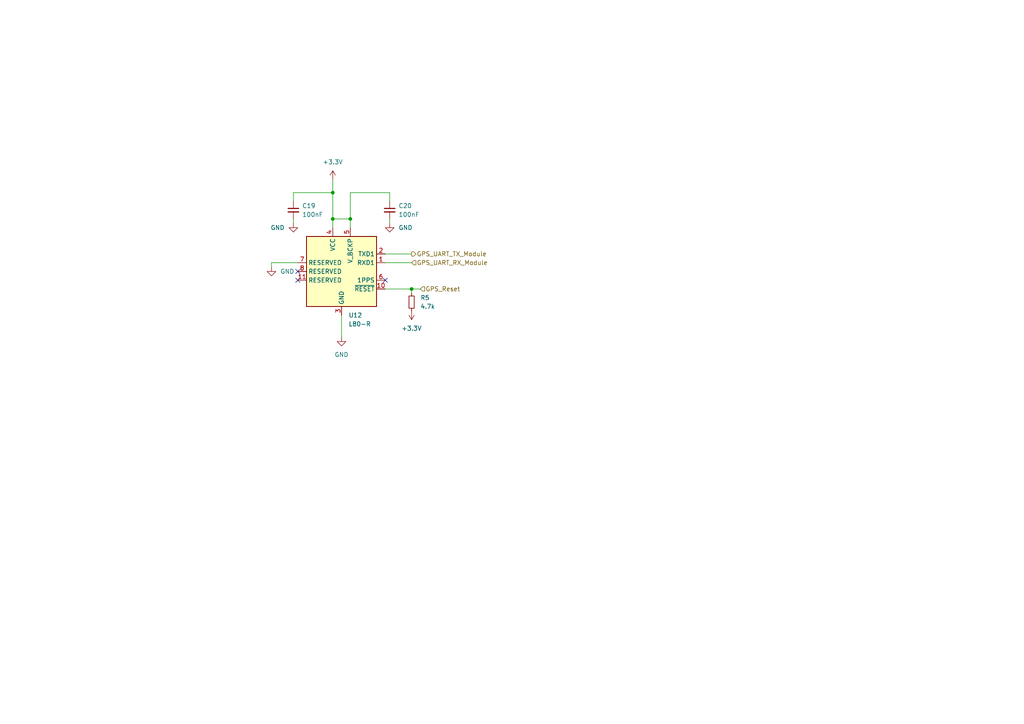
<source format=kicad_sch>
(kicad_sch (version 20211123) (generator eeschema)

  (uuid adc56b90-23c5-4132-880e-15d702c52477)

  (paper "A4")

  (lib_symbols
    (symbol "Components:C_0603" (pin_numbers hide) (pin_names (offset 0.254) hide) (in_bom yes) (on_board yes)
      (property "Reference" "C" (id 0) (at 0.254 1.778 0)
        (effects (font (size 1.27 1.27)) (justify left))
      )
      (property "Value" "C_0603" (id 1) (at 0.254 -2.032 0)
        (effects (font (size 1.27 1.27)) (justify left))
      )
      (property "Footprint" "Components:C_0603_1608Metric" (id 2) (at 0 0 0)
        (effects (font (size 1.27 1.27)) hide)
      )
      (property "Datasheet" "~" (id 3) (at 0 0 0)
        (effects (font (size 1.27 1.27)) hide)
      )
      (property "ki_keywords" "capacitor cap" (id 4) (at 0 0 0)
        (effects (font (size 1.27 1.27)) hide)
      )
      (property "ki_description" "Unpolarized capacitor, small symbol" (id 5) (at 0 0 0)
        (effects (font (size 1.27 1.27)) hide)
      )
      (property "ki_fp_filters" "C_*" (id 6) (at 0 0 0)
        (effects (font (size 1.27 1.27)) hide)
      )
      (symbol "C_0603_0_1"
        (polyline
          (pts
            (xy -1.524 -0.508)
            (xy 1.524 -0.508)
          )
          (stroke (width 0.3302) (type default) (color 0 0 0 0))
          (fill (type none))
        )
        (polyline
          (pts
            (xy -1.524 0.508)
            (xy 1.524 0.508)
          )
          (stroke (width 0.3048) (type default) (color 0 0 0 0))
          (fill (type none))
        )
      )
      (symbol "C_0603_1_1"
        (pin passive line (at 0 2.54 270) (length 2.032)
          (name "~" (effects (font (size 1.27 1.27))))
          (number "1" (effects (font (size 1.27 1.27))))
        )
        (pin passive line (at 0 -2.54 90) (length 2.032)
          (name "~" (effects (font (size 1.27 1.27))))
          (number "2" (effects (font (size 1.27 1.27))))
        )
      )
    )
    (symbol "Components:L80-R" (in_bom yes) (on_board yes)
      (property "Reference" "U" (id 0) (at -10.16 11.43 0)
        (effects (font (size 1.27 1.27)) (justify left))
      )
      (property "Value" "L80-R" (id 1) (at 10.16 11.43 0)
        (effects (font (size 1.27 1.27)) (justify right))
      )
      (property "Footprint" "Components:Quectel_L80-R" (id 2) (at 0 -22.86 0)
        (effects (font (size 1.27 1.27)) hide)
      )
      (property "Datasheet" "https://www.quectel.com/UploadImage/Downlad/Quectel_L80-R_Hardware_Design_V1.2.pdf" (id 3) (at 0 0 0)
        (effects (font (size 1.27 1.27)) hide)
      )
      (property "ki_keywords" "quectel GPS GNSS module" (id 4) (at 0 0 0)
        (effects (font (size 1.27 1.27)) hide)
      )
      (property "ki_description" "Quectel GPS Module" (id 5) (at 0 0 0)
        (effects (font (size 1.27 1.27)) hide)
      )
      (property "ki_fp_filters" "Quectel*L80*R*" (id 6) (at 0 0 0)
        (effects (font (size 1.27 1.27)) hide)
      )
      (symbol "L80-R_0_1"
        (rectangle (start -10.16 10.16) (end 10.16 -10.16)
          (stroke (width 0.254) (type default) (color 0 0 0 0))
          (fill (type background))
        )
      )
      (symbol "L80-R_1_1"
        (pin input line (at 12.7 2.54 180) (length 2.54)
          (name "RXD1" (effects (font (size 1.27 1.27))))
          (number "1" (effects (font (size 1.27 1.27))))
        )
        (pin input line (at 12.7 -5.08 180) (length 2.54)
          (name "~{RESET}" (effects (font (size 1.27 1.27))))
          (number "10" (effects (font (size 1.27 1.27))))
        )
        (pin passive line (at -12.7 -2.54 0) (length 2.54)
          (name "RESERVED" (effects (font (size 1.27 1.27))))
          (number "11" (effects (font (size 1.27 1.27))))
        )
        (pin passive line (at 0 -12.7 90) (length 2.54) hide
          (name "GND" (effects (font (size 1.27 1.27))))
          (number "12" (effects (font (size 1.27 1.27))))
        )
        (pin output line (at 12.7 5.08 180) (length 2.54)
          (name "TXD1" (effects (font (size 1.27 1.27))))
          (number "2" (effects (font (size 1.27 1.27))))
        )
        (pin power_in line (at 0 -12.7 90) (length 2.54)
          (name "GND" (effects (font (size 1.27 1.27))))
          (number "3" (effects (font (size 1.27 1.27))))
        )
        (pin power_in line (at -2.54 12.7 270) (length 2.54)
          (name "VCC" (effects (font (size 1.27 1.27))))
          (number "4" (effects (font (size 1.27 1.27))))
        )
        (pin power_in line (at 2.54 12.7 270) (length 2.54)
          (name "V_BCKP" (effects (font (size 1.27 1.27))))
          (number "5" (effects (font (size 1.27 1.27))))
        )
        (pin output line (at 12.7 -2.54 180) (length 2.54)
          (name "1PPS" (effects (font (size 1.27 1.27))))
          (number "6" (effects (font (size 1.27 1.27))))
        )
        (pin passive line (at -12.7 2.54 0) (length 2.54)
          (name "RESERVED" (effects (font (size 1.27 1.27))))
          (number "7" (effects (font (size 1.27 1.27))))
        )
        (pin passive line (at -12.7 0 0) (length 2.54)
          (name "RESERVED" (effects (font (size 1.27 1.27))))
          (number "8" (effects (font (size 1.27 1.27))))
        )
        (pin no_connect line (at 10.16 0 180) (length 2.54) hide
          (name "NC" (effects (font (size 1.27 1.27))))
          (number "9" (effects (font (size 1.27 1.27))))
        )
      )
    )
    (symbol "Components:R_0603" (pin_numbers hide) (pin_names (offset 0.254) hide) (in_bom yes) (on_board yes)
      (property "Reference" "R" (id 0) (at 0.762 0.508 0)
        (effects (font (size 1.27 1.27)) (justify left))
      )
      (property "Value" "R_0603" (id 1) (at 0.762 -1.016 0)
        (effects (font (size 1.27 1.27)) (justify left))
      )
      (property "Footprint" "Components:R_0603_1608Metric" (id 2) (at 0 0 0)
        (effects (font (size 1.27 1.27)) hide)
      )
      (property "Datasheet" "~" (id 3) (at 0 0 0)
        (effects (font (size 1.27 1.27)) hide)
      )
      (property "ki_keywords" "R resistor" (id 4) (at 0 0 0)
        (effects (font (size 1.27 1.27)) hide)
      )
      (property "ki_description" "Resistor, small symbol" (id 5) (at 0 0 0)
        (effects (font (size 1.27 1.27)) hide)
      )
      (property "ki_fp_filters" "R_*" (id 6) (at 0 0 0)
        (effects (font (size 1.27 1.27)) hide)
      )
      (symbol "R_0603_0_1"
        (rectangle (start -0.762 1.778) (end 0.762 -1.778)
          (stroke (width 0.2032) (type default) (color 0 0 0 0))
          (fill (type none))
        )
      )
      (symbol "R_0603_1_1"
        (pin passive line (at 0 2.54 270) (length 0.762)
          (name "~" (effects (font (size 1.27 1.27))))
          (number "1" (effects (font (size 1.27 1.27))))
        )
        (pin passive line (at 0 -2.54 90) (length 0.762)
          (name "~" (effects (font (size 1.27 1.27))))
          (number "2" (effects (font (size 1.27 1.27))))
        )
      )
    )
    (symbol "power:+3.3V" (power) (pin_names (offset 0)) (in_bom yes) (on_board yes)
      (property "Reference" "#PWR" (id 0) (at 0 -3.81 0)
        (effects (font (size 1.27 1.27)) hide)
      )
      (property "Value" "+3.3V" (id 1) (at 0 3.556 0)
        (effects (font (size 1.27 1.27)))
      )
      (property "Footprint" "" (id 2) (at 0 0 0)
        (effects (font (size 1.27 1.27)) hide)
      )
      (property "Datasheet" "" (id 3) (at 0 0 0)
        (effects (font (size 1.27 1.27)) hide)
      )
      (property "ki_keywords" "power-flag" (id 4) (at 0 0 0)
        (effects (font (size 1.27 1.27)) hide)
      )
      (property "ki_description" "Power symbol creates a global label with name \"+3.3V\"" (id 5) (at 0 0 0)
        (effects (font (size 1.27 1.27)) hide)
      )
      (symbol "+3.3V_0_1"
        (polyline
          (pts
            (xy -0.762 1.27)
            (xy 0 2.54)
          )
          (stroke (width 0) (type default) (color 0 0 0 0))
          (fill (type none))
        )
        (polyline
          (pts
            (xy 0 0)
            (xy 0 2.54)
          )
          (stroke (width 0) (type default) (color 0 0 0 0))
          (fill (type none))
        )
        (polyline
          (pts
            (xy 0 2.54)
            (xy 0.762 1.27)
          )
          (stroke (width 0) (type default) (color 0 0 0 0))
          (fill (type none))
        )
      )
      (symbol "+3.3V_1_1"
        (pin power_in line (at 0 0 90) (length 0) hide
          (name "+3.3V" (effects (font (size 1.27 1.27))))
          (number "1" (effects (font (size 1.27 1.27))))
        )
      )
    )
    (symbol "power:GND" (power) (pin_names (offset 0)) (in_bom yes) (on_board yes)
      (property "Reference" "#PWR" (id 0) (at 0 -6.35 0)
        (effects (font (size 1.27 1.27)) hide)
      )
      (property "Value" "GND" (id 1) (at 0 -3.81 0)
        (effects (font (size 1.27 1.27)))
      )
      (property "Footprint" "" (id 2) (at 0 0 0)
        (effects (font (size 1.27 1.27)) hide)
      )
      (property "Datasheet" "" (id 3) (at 0 0 0)
        (effects (font (size 1.27 1.27)) hide)
      )
      (property "ki_keywords" "power-flag" (id 4) (at 0 0 0)
        (effects (font (size 1.27 1.27)) hide)
      )
      (property "ki_description" "Power symbol creates a global label with name \"GND\" , ground" (id 5) (at 0 0 0)
        (effects (font (size 1.27 1.27)) hide)
      )
      (symbol "GND_0_1"
        (polyline
          (pts
            (xy 0 0)
            (xy 0 -1.27)
            (xy 1.27 -1.27)
            (xy 0 -2.54)
            (xy -1.27 -1.27)
            (xy 0 -1.27)
          )
          (stroke (width 0) (type default) (color 0 0 0 0))
          (fill (type none))
        )
      )
      (symbol "GND_1_1"
        (pin power_in line (at 0 0 270) (length 0) hide
          (name "GND" (effects (font (size 1.27 1.27))))
          (number "1" (effects (font (size 1.27 1.27))))
        )
      )
    )
  )

  (junction (at 96.52 63.5) (diameter 0) (color 0 0 0 0)
    (uuid 2f7a1be2-39e4-450d-b512-289e02af824d)
  )
  (junction (at 96.52 55.88) (diameter 0) (color 0 0 0 0)
    (uuid 7c41fb8e-ba7d-4aa6-94fd-4179457abbcd)
  )
  (junction (at 101.6 63.5) (diameter 0) (color 0 0 0 0)
    (uuid ab82957e-b62a-4307-8ccc-3a6d032d2f7a)
  )
  (junction (at 119.38 83.82) (diameter 0) (color 0 0 0 0)
    (uuid dc64f2d1-369b-40d6-aea0-21125e032921)
  )

  (no_connect (at 111.76 81.28) (uuid 7747b484-03bb-4436-be79-29853d26fb54))
  (no_connect (at 86.36 78.74) (uuid 7747b484-03bb-4436-be79-29853d26fb55))
  (no_connect (at 86.36 81.28) (uuid 7747b484-03bb-4436-be79-29853d26fb56))

  (wire (pts (xy 111.76 76.2) (xy 119.38 76.2))
    (stroke (width 0) (type default) (color 0 0 0 0))
    (uuid 03b38e78-16f6-4477-8560-42cf9e0c1ee5)
  )
  (wire (pts (xy 101.6 63.5) (xy 101.6 66.04))
    (stroke (width 0) (type default) (color 0 0 0 0))
    (uuid 12e003a5-6f32-4686-84a9-8a0b9087824a)
  )
  (wire (pts (xy 101.6 55.88) (xy 113.03 55.88))
    (stroke (width 0) (type default) (color 0 0 0 0))
    (uuid 149c13fb-c10e-49ea-b032-9524e6ef92bf)
  )
  (wire (pts (xy 113.03 55.88) (xy 113.03 58.42))
    (stroke (width 0) (type default) (color 0 0 0 0))
    (uuid 1993d862-b745-4307-82dd-94176d89d144)
  )
  (wire (pts (xy 96.52 63.5) (xy 101.6 63.5))
    (stroke (width 0) (type default) (color 0 0 0 0))
    (uuid 1c441805-9579-4e6b-a8cc-5e20e1259771)
  )
  (wire (pts (xy 85.09 55.88) (xy 85.09 58.42))
    (stroke (width 0) (type default) (color 0 0 0 0))
    (uuid 27571052-4cda-46b8-ba02-c9dd2dcdb75e)
  )
  (wire (pts (xy 78.74 77.47) (xy 78.74 76.2))
    (stroke (width 0) (type default) (color 0 0 0 0))
    (uuid 35c54e00-ab74-4120-ae7d-ce8fad7af83c)
  )
  (wire (pts (xy 78.74 76.2) (xy 86.36 76.2))
    (stroke (width 0) (type default) (color 0 0 0 0))
    (uuid 6a4f5485-b48b-4e7a-9de3-275c64031d3a)
  )
  (wire (pts (xy 96.52 55.88) (xy 85.09 55.88))
    (stroke (width 0) (type default) (color 0 0 0 0))
    (uuid 7077f850-cb5e-496b-b0ea-00f12bdc4b35)
  )
  (wire (pts (xy 113.03 63.5) (xy 113.03 64.77))
    (stroke (width 0) (type default) (color 0 0 0 0))
    (uuid 7b1d1eea-1628-46d1-9966-dfd75c72b12f)
  )
  (wire (pts (xy 85.09 63.5) (xy 85.09 64.77))
    (stroke (width 0) (type default) (color 0 0 0 0))
    (uuid 8ff4cdaf-7c1f-4345-8b4f-9483a1c1f37a)
  )
  (wire (pts (xy 119.38 83.82) (xy 119.38 85.09))
    (stroke (width 0) (type default) (color 0 0 0 0))
    (uuid 91a90103-6bdf-440b-87ca-9d2ab54c1bd7)
  )
  (wire (pts (xy 119.38 83.82) (xy 121.92 83.82))
    (stroke (width 0) (type default) (color 0 0 0 0))
    (uuid a930c694-cc15-4c2a-8558-40c5b05918ec)
  )
  (wire (pts (xy 99.06 91.44) (xy 99.06 97.79))
    (stroke (width 0) (type default) (color 0 0 0 0))
    (uuid bd904455-b49d-45f3-a618-02fce7b5d877)
  )
  (wire (pts (xy 96.52 52.07) (xy 96.52 55.88))
    (stroke (width 0) (type default) (color 0 0 0 0))
    (uuid c65f1e8a-ecf3-4c8a-a31a-b8ed3e7d8956)
  )
  (wire (pts (xy 96.52 63.5) (xy 96.52 55.88))
    (stroke (width 0) (type default) (color 0 0 0 0))
    (uuid d1edd104-05a5-45fa-9220-a6f06390c1cb)
  )
  (wire (pts (xy 111.76 83.82) (xy 119.38 83.82))
    (stroke (width 0) (type default) (color 0 0 0 0))
    (uuid d537cf4e-b7ca-4b8c-8341-6cfeec02375a)
  )
  (wire (pts (xy 101.6 63.5) (xy 101.6 55.88))
    (stroke (width 0) (type default) (color 0 0 0 0))
    (uuid e265b064-51ad-4498-b6b4-7a6153b17ffe)
  )
  (wire (pts (xy 96.52 63.5) (xy 96.52 66.04))
    (stroke (width 0) (type default) (color 0 0 0 0))
    (uuid ef9764bd-bddc-436e-a289-1577476f64c7)
  )
  (wire (pts (xy 111.76 73.66) (xy 119.38 73.66))
    (stroke (width 0) (type default) (color 0 0 0 0))
    (uuid fd3a3c29-59ab-48d6-a1eb-4ae04b4bbef9)
  )

  (hierarchical_label "GPS_UART_TX_Module" (shape output) (at 119.38 73.66 0)
    (effects (font (size 1.27 1.27)) (justify left))
    (uuid 0bb4e800-d52f-471f-88da-47688dd388a8)
  )
  (hierarchical_label "GPS_Reset" (shape input) (at 121.92 83.82 0)
    (effects (font (size 1.27 1.27)) (justify left))
    (uuid 2d0874c0-529e-49ea-b51a-181c53c8d428)
  )
  (hierarchical_label "GPS_UART_RX_Module" (shape input) (at 119.38 76.2 0)
    (effects (font (size 1.27 1.27)) (justify left))
    (uuid 718733cd-f844-4f5c-a9a1-c3586d752c58)
  )

  (symbol (lib_id "power:GND") (at 78.74 77.47 0) (unit 1)
    (in_bom yes) (on_board yes) (fields_autoplaced)
    (uuid 031de0cd-29dd-42a9-8bde-1670eaa55faf)
    (property "Reference" "#PWR0117" (id 0) (at 78.74 83.82 0)
      (effects (font (size 1.27 1.27)) hide)
    )
    (property "Value" "GND" (id 1) (at 81.28 78.7399 0)
      (effects (font (size 1.27 1.27)) (justify left))
    )
    (property "Footprint" "" (id 2) (at 78.74 77.47 0)
      (effects (font (size 1.27 1.27)) hide)
    )
    (property "Datasheet" "" (id 3) (at 78.74 77.47 0)
      (effects (font (size 1.27 1.27)) hide)
    )
    (pin "1" (uuid 4e364989-52a7-427d-9341-6c5aecd2b827))
  )

  (symbol (lib_id "power:GND") (at 85.09 64.77 0) (unit 1)
    (in_bom yes) (on_board yes) (fields_autoplaced)
    (uuid 2b66175e-78fc-45dc-a64f-918e2df9b7f8)
    (property "Reference" "#PWR0118" (id 0) (at 85.09 71.12 0)
      (effects (font (size 1.27 1.27)) hide)
    )
    (property "Value" "GND" (id 1) (at 82.55 66.0399 0)
      (effects (font (size 1.27 1.27)) (justify right))
    )
    (property "Footprint" "" (id 2) (at 85.09 64.77 0)
      (effects (font (size 1.27 1.27)) hide)
    )
    (property "Datasheet" "" (id 3) (at 85.09 64.77 0)
      (effects (font (size 1.27 1.27)) hide)
    )
    (pin "1" (uuid fb2756dd-a559-48f1-ab65-a9e0ccb33d8d))
  )

  (symbol (lib_id "power:GND") (at 99.06 97.79 0) (unit 1)
    (in_bom yes) (on_board yes) (fields_autoplaced)
    (uuid 38daa7a8-d78c-4988-b68e-99c12cb770fe)
    (property "Reference" "#PWR0121" (id 0) (at 99.06 104.14 0)
      (effects (font (size 1.27 1.27)) hide)
    )
    (property "Value" "GND" (id 1) (at 99.06 102.87 0))
    (property "Footprint" "" (id 2) (at 99.06 97.79 0)
      (effects (font (size 1.27 1.27)) hide)
    )
    (property "Datasheet" "" (id 3) (at 99.06 97.79 0)
      (effects (font (size 1.27 1.27)) hide)
    )
    (pin "1" (uuid d32a563c-db8f-402b-9d9f-e5c2bf08194c))
  )

  (symbol (lib_id "Components:C_0603") (at 113.03 60.96 0) (unit 1)
    (in_bom yes) (on_board yes) (fields_autoplaced)
    (uuid 50a0ef15-06e0-4029-8dd9-e59a811a0ca1)
    (property "Reference" "C20" (id 0) (at 115.57 59.6962 0)
      (effects (font (size 1.27 1.27)) (justify left))
    )
    (property "Value" "100nF" (id 1) (at 115.57 62.2362 0)
      (effects (font (size 1.27 1.27)) (justify left))
    )
    (property "Footprint" "Components:C_0603_1608Metric" (id 2) (at 113.03 60.96 0)
      (effects (font (size 1.27 1.27)) hide)
    )
    (property "Datasheet" "~" (id 3) (at 113.03 60.96 0)
      (effects (font (size 1.27 1.27)) hide)
    )
    (pin "1" (uuid 779e2363-144b-4ab4-8df2-ee6c2ce67d94))
    (pin "2" (uuid 54b02ae9-8b7d-47b3-bae5-603760c36b90))
  )

  (symbol (lib_id "power:+3.3V") (at 96.52 52.07 0) (unit 1)
    (in_bom yes) (on_board yes) (fields_autoplaced)
    (uuid 58dba467-d27c-489e-b947-4abcf9a4af27)
    (property "Reference" "#PWR0120" (id 0) (at 96.52 55.88 0)
      (effects (font (size 1.27 1.27)) hide)
    )
    (property "Value" "+3.3V" (id 1) (at 96.52 46.99 0))
    (property "Footprint" "" (id 2) (at 96.52 52.07 0)
      (effects (font (size 1.27 1.27)) hide)
    )
    (property "Datasheet" "" (id 3) (at 96.52 52.07 0)
      (effects (font (size 1.27 1.27)) hide)
    )
    (pin "1" (uuid 66ba9532-8fa9-4d6e-9e31-a7d5c34204e0))
  )

  (symbol (lib_id "power:+3.3V") (at 119.38 90.17 180) (unit 1)
    (in_bom yes) (on_board yes) (fields_autoplaced)
    (uuid a8d90484-ef1d-4d89-8844-9052ed12ccb4)
    (property "Reference" "#PWR0157" (id 0) (at 119.38 86.36 0)
      (effects (font (size 1.27 1.27)) hide)
    )
    (property "Value" "+3.3V" (id 1) (at 119.38 95.25 0))
    (property "Footprint" "" (id 2) (at 119.38 90.17 0)
      (effects (font (size 1.27 1.27)) hide)
    )
    (property "Datasheet" "" (id 3) (at 119.38 90.17 0)
      (effects (font (size 1.27 1.27)) hide)
    )
    (pin "1" (uuid 365c45f8-b39b-4429-ad9f-4b7287bc6d31))
  )

  (symbol (lib_id "Components:C_0603") (at 85.09 60.96 0) (unit 1)
    (in_bom yes) (on_board yes) (fields_autoplaced)
    (uuid c99fff82-2de5-457d-acc2-1abb2833d1f6)
    (property "Reference" "C19" (id 0) (at 87.63 59.6962 0)
      (effects (font (size 1.27 1.27)) (justify left))
    )
    (property "Value" "100nF" (id 1) (at 87.63 62.2362 0)
      (effects (font (size 1.27 1.27)) (justify left))
    )
    (property "Footprint" "Components:C_0603_1608Metric" (id 2) (at 85.09 60.96 0)
      (effects (font (size 1.27 1.27)) hide)
    )
    (property "Datasheet" "~" (id 3) (at 85.09 60.96 0)
      (effects (font (size 1.27 1.27)) hide)
    )
    (pin "1" (uuid f076ce04-c386-4fdb-a5fe-13fb270c6d7b))
    (pin "2" (uuid 821d509b-a3b8-4407-ba52-5b3714bf5b2f))
  )

  (symbol (lib_id "Components:R_0603") (at 119.38 87.63 0) (unit 1)
    (in_bom yes) (on_board yes) (fields_autoplaced)
    (uuid df6bec52-9ff5-48f0-90ca-2b54ce92b35c)
    (property "Reference" "R5" (id 0) (at 121.92 86.3599 0)
      (effects (font (size 1.27 1.27)) (justify left))
    )
    (property "Value" "4.7k" (id 1) (at 121.92 88.8999 0)
      (effects (font (size 1.27 1.27)) (justify left))
    )
    (property "Footprint" "Components:R_0603_1608Metric" (id 2) (at 119.38 87.63 0)
      (effects (font (size 1.27 1.27)) hide)
    )
    (property "Datasheet" "~" (id 3) (at 119.38 87.63 0)
      (effects (font (size 1.27 1.27)) hide)
    )
    (pin "1" (uuid 6ebb8325-88dd-4d70-a801-8444e86dbacb))
    (pin "2" (uuid 6de6a3cb-eaaa-440d-8659-e9124e40cf6d))
  )

  (symbol (lib_id "power:GND") (at 113.03 64.77 0) (unit 1)
    (in_bom yes) (on_board yes) (fields_autoplaced)
    (uuid f37285dc-c9c9-4bfb-982b-e80c9291b162)
    (property "Reference" "#PWR0119" (id 0) (at 113.03 71.12 0)
      (effects (font (size 1.27 1.27)) hide)
    )
    (property "Value" "GND" (id 1) (at 115.57 66.0399 0)
      (effects (font (size 1.27 1.27)) (justify left))
    )
    (property "Footprint" "" (id 2) (at 113.03 64.77 0)
      (effects (font (size 1.27 1.27)) hide)
    )
    (property "Datasheet" "" (id 3) (at 113.03 64.77 0)
      (effects (font (size 1.27 1.27)) hide)
    )
    (pin "1" (uuid 3ea7eb6e-e11e-42b7-84e6-f5e56d267ebf))
  )

  (symbol (lib_id "Components:L80-R") (at 99.06 78.74 0) (unit 1)
    (in_bom yes) (on_board yes) (fields_autoplaced)
    (uuid f9c1d9c6-4471-41af-aea8-e925cdb849cf)
    (property "Reference" "U12" (id 0) (at 101.0794 91.44 0)
      (effects (font (size 1.27 1.27)) (justify left))
    )
    (property "Value" "L80-R" (id 1) (at 101.0794 93.98 0)
      (effects (font (size 1.27 1.27)) (justify left))
    )
    (property "Footprint" "Components:Quectel_L80-R" (id 2) (at 99.06 101.6 0)
      (effects (font (size 1.27 1.27)) hide)
    )
    (property "Datasheet" "https://www.quectel.com/UploadImage/Downlad/Quectel_L80-R_Hardware_Design_V1.2.pdf" (id 3) (at 99.06 78.74 0)
      (effects (font (size 1.27 1.27)) hide)
    )
    (pin "1" (uuid 907deac7-336b-4b3a-99bd-5894969b26ed))
    (pin "10" (uuid ea5a0541-068e-4871-beaa-eb1d27c48b4b))
    (pin "11" (uuid e0694fe8-e2bf-4ee7-92e5-1ad00366f291))
    (pin "12" (uuid da9b4bcb-1c2a-4d77-a388-0cc25d347daf))
    (pin "2" (uuid 767d9c15-fa86-4cd0-8ef6-b1b5d140ff31))
    (pin "3" (uuid 59f10444-eeab-4a49-8b86-4b10c617284b))
    (pin "4" (uuid f24152a6-68e8-4bff-b425-23554751b7fd))
    (pin "5" (uuid c4648468-db3b-42ff-8a97-662b9fa4a10d))
    (pin "6" (uuid c21ae2bc-643a-477c-90ba-ce1d80899959))
    (pin "7" (uuid 687bd7f8-9d2c-4064-a4e2-dddbcb06db9f))
    (pin "8" (uuid d33a996a-dbd3-4d8c-9db7-437922456105))
    (pin "9" (uuid ef682cd4-aa70-49da-8cb6-3a224043bc8e))
  )
)

</source>
